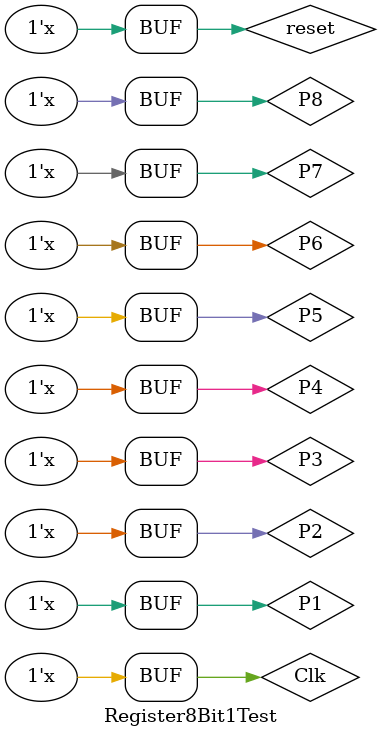
<source format=v>
`timescale 1ns / 1ps


module Register8Bit1Test;

	// Inputs
	reg P1;
	reg P2;
	reg P3;
	reg P4;
	reg P5;
	reg P6;
	reg P7;
	reg P8;
	reg reset;
	reg Clk;

	// Outputs
	wire Q1;
	wire Q2;
	wire Q3;
	wire Q4;
	wire Q5;
	wire Q6;
	wire Q7;
	wire Q8;

	// Instantiate the Unit Under Test (UUT)
	Register8Bit1C uut (
		.P1(P1), 
		.P2(P2), 
		.P3(P3), 
		.P4(P4), 
		.P5(P5), 
		.P6(P6), 
		.P7(P7), 
		.P8(P8), 
		.reset(reset), 
		.Clk(Clk), 
		.Q1(Q1), 
		.Q2(Q2), 
		.Q3(Q3), 
		.Q4(Q4), 
		.Q5(Q5), 
		.Q6(Q6), 
		.Q7(Q7), 
		.Q8(Q8)
	);

	initial begin
		// Initialize Inputs
		P1 = 0;
		P2 = 0;
		P3 = 0;
		P4 = 0;
		P5 = 0;
		P6 = 0;
		P7 = 0;
		P8 = 0;
		reset = 0;
		Clk = 0;
		end
		always begin
		#200 Clk= ~Clk;
		#25 P1 = ~P1;
		#35 P2 = ~P2;
		#45 P3 = ~P3;
		#55 P4 = ~P4;
		#65 P5 = ~P5;
		#75 P6 = ~P6;
		#85 P7 = ~P7;
		#95 P8 = ~P8;
		#200 reset = ~reset;
		// Wait 100 ns for global reset to finish
		
		// Add stimulus here

	end
      
endmodule


</source>
